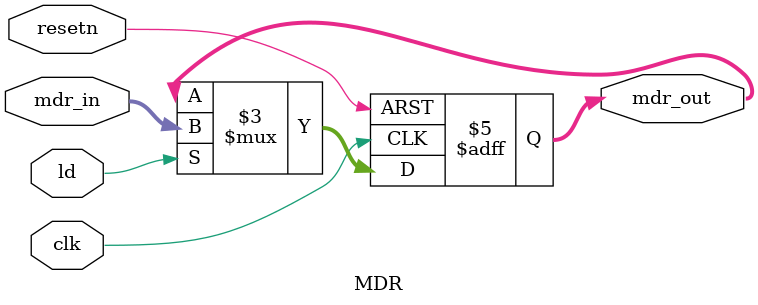
<source format=v>
module MDR(
        input resetn,
        input clk,
        input ld,
        input [7:0] mdr_in,
        output reg [7:0] mdr_out
);
    
    always@(posedge clk or negedge resetn) begin
        if(~resetn) mdr_out <= 8'b0000_0000;
        else if(ld) mdr_out <= mdr_in;
    end
endmodule

</source>
